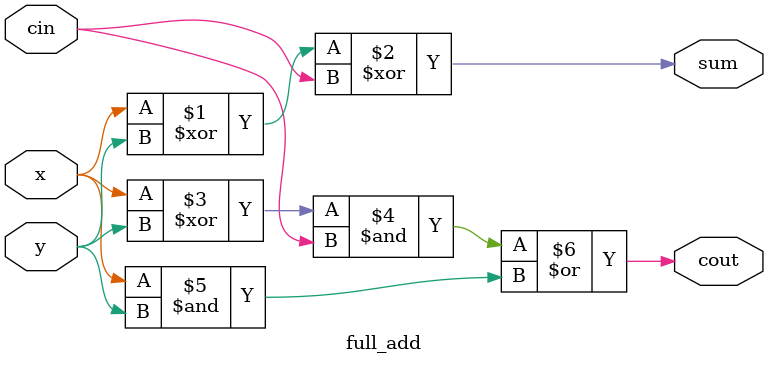
<source format=v>
module top_module (
    input [3:0] x,
    input [3:0] y, 
    output [4:0] sum);
    wire [3:0] carry;
     full_add k1(.x(x[0]),.y(y[0]),.cin(0),.sum(sum[0]),.cout(carry[0]));
    full_add k2(.x(x[1]),.y(y[1]),.cin(carry[0]),.sum(sum[1]),.cout(carry[1]));
    full_add k3(.x(x[2]),.y(y[2]),.cin(carry[1]),.sum(sum[2]),.cout(carry[2]));
        full_add k4(.x(x[3]),.y(y[3]),.cin(carry[2]),.sum(sum[3]),.cout(sum[4]));


endmodule
module full_add(x,y,cin,cout,sum);
    input x,y,cin;
    output sum, cout;
    assign sum= x^y^cin;
    assign cout=(x^y)&cin | x&y; 
endmodule
</source>
